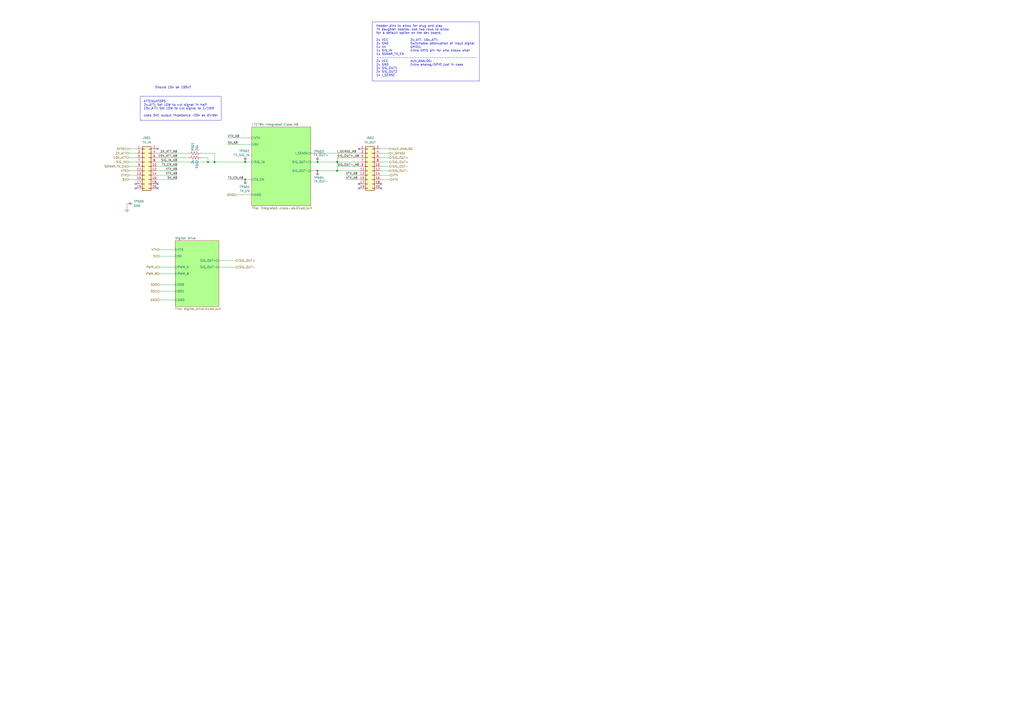
<source format=kicad_sch>
(kicad_sch (version 20250114) (generator "eeschema") (generator_version "9.0")
  (paper "A2")
  (lib_symbols
    (symbol "BR_Connectors:TP_Ring_PTH" (pin_numbers (hide yes)) (pin_names (offset 0))
      (property "Reference" "TP" (at 2.032 2.286 0))
      (property "Value" "TP_RING_TH" (at 1.778 14.224 0))
      (symbol "TP_Ring_PTH_0_1"
        (circle (center 0 1.905) (radius 0.254))
        (circle (center 0 1.905) (radius 0.635))
      )
      (symbol "TP_Ring_PTH_1_1"
        (pin passive line (at 0 0 90) (length 1.27) (name "~") (number "1"))
      )
    )
    (symbol "BR_Connectors_Header:Header_Pin_02x10_2.54mm_Vert_PTH" (pin_names (offset 1.016) (hide yes))
      (property "Reference" "J" (at 0 12.7 0))
      (property "Value" "LABEL" (at 0 -15.748 0))
      (symbol "Header_Pin_02x10_2.54mm_Vert_PTH_1_1"
        (rectangle (start -2.54 11.43) (end 2.54 -13.97) (stroke (width 0.254)) (fill (type background)))
        (rectangle (start -2.54 10.287) (end -1.27 10.033) (stroke (width 0.1524)))
        (rectangle (start -2.54 7.747) (end -1.27 7.493) (stroke (width 0.1524)))
        (rectangle (start -2.54 5.207) (end -1.27 4.953) (stroke (width 0.1524)))
        (rectangle (start -2.54 2.667) (end -1.27 2.413) (stroke (width 0.1524)))
        (rectangle (start -2.54 0.127) (end -1.27 -0.127) (stroke (width 0.1524)))
        (rectangle (start -2.54 -2.413) (end -1.27 -2.667) (stroke (width 0.1524)))
        (rectangle (start -2.54 -4.953) (end -1.27 -5.207) (stroke (width 0.1524)))
        (rectangle (start -2.54 -7.493) (end -1.27 -7.747) (stroke (width 0.1524)))
        (rectangle (start -2.54 -10.033) (end -1.27 -10.287) (stroke (width 0.1524)))
        (rectangle (start -2.54 -12.573) (end -1.27 -12.827) (stroke (width 0.1524)))
        (rectangle (start 2.54 10.287) (end 1.27 10.033) (stroke (width 0.1524)))
        (rectangle (start 2.54 7.747) (end 1.27 7.493) (stroke (width 0.1524)))
        (rectangle (start 2.54 5.207) (end 1.27 4.953) (stroke (width 0.1524)))
        (rectangle (start 2.54 2.667) (end 1.27 2.413) (stroke (width 0.1524)))
        (rectangle (start 2.54 0.127) (end 1.27 -0.127) (stroke (width 0.1524)))
        (rectangle (start 2.54 -2.413) (end 1.27 -2.667) (stroke (width 0.1524)))
        (rectangle (start 2.54 -4.953) (end 1.27 -5.207) (stroke (width 0.1524)))
        (rectangle (start 2.54 -7.493) (end 1.27 -7.747) (stroke (width 0.1524)))
        (rectangle (start 2.54 -10.033) (end 1.27 -10.287) (stroke (width 0.1524)))
        (rectangle (start 2.54 -12.573) (end 1.27 -12.827) (stroke (width 0.1524)))
        (pin passive line (at -6.35 10.16 0) (length 3.81) (name "Pin_1") (number "1"))
        (pin passive line (at -6.35 7.62 0) (length 3.81) (name "Pin_3") (number "3"))
        (pin passive line (at -6.35 5.08 0) (length 3.81) (name "Pin_5") (number "5"))
        (pin passive line (at -6.35 2.54 0) (length 3.81) (name "Pin_7") (number "7"))
        (pin passive line (at -6.35 0 0) (length 3.81) (name "Pin_9") (number "9"))
        (pin passive line (at -6.35 -2.54 0) (length 3.81) (name "Pin_11") (number "11"))
        (pin passive line (at -6.35 -5.08 0) (length 3.81) (name "Pin_13") (number "13"))
        (pin passive line (at -6.35 -7.62 0) (length 3.81) (name "Pin_15") (number "15"))
        (pin passive line (at -6.35 -10.16 0) (length 3.81) (name "Pin_17") (number "17"))
        (pin passive line (at -6.35 -12.7 0) (length 3.81) (name "Pin_19") (number "19"))
        (pin passive line (at 6.35 10.16 180) (length 3.81) (name "Pin_2") (number "2"))
        (pin passive line (at 6.35 7.62 180) (length 3.81) (name "Pin_4") (number "4"))
        (pin passive line (at 6.35 5.08 180) (length 3.81) (name "Pin_6") (number "6"))
        (pin passive line (at 6.35 2.54 180) (length 3.81) (name "Pin_8") (number "8"))
        (pin passive line (at 6.35 0 180) (length 3.81) (name "Pin_10") (number "10"))
        (pin passive line (at 6.35 -2.54 180) (length 3.81) (name "Pin_12") (number "12"))
        (pin passive line (at 6.35 -5.08 180) (length 3.81) (name "Pin_14") (number "14"))
        (pin passive line (at 6.35 -7.62 180) (length 3.81) (name "Pin_16") (number "16"))
        (pin passive line (at 6.35 -10.16 180) (length 3.81) (name "Pin_18") (number "18"))
        (pin passive line (at 6.35 -12.7 180) (length 3.81) (name "Pin_20") (number "20"))
      )
    )
    (symbol "BR_Resistors_0201:R_0201_20k" (pin_numbers (hide yes)) (pin_names (offset 0))
      (property "Reference" "R" (at 1.524 1.27 0))
      (property "Value" "20k" (at 1.524 -1.27 0))
      (symbol "R_0201_20k_0_1"
        (polyline (pts (xy 0 2.286) (xy 0 2.54)))
        (polyline (pts (xy 0 2.286) (xy 1.016 1.905) (xy 0 1.524) (xy -1.016 1.143) (xy 0 0.762)))
        (polyline (pts (xy 0 0.762) (xy 1.016 0.381) (xy 0 0) (xy -1.016 -0.381) (xy 0 -0.762)))
        (polyline (pts (xy 0 -0.762) (xy 1.016 -1.143) (xy 0 -1.524) (xy -1.016 -1.905) (xy 0 -2.286)))
        (polyline (pts (xy 0 -2.286) (xy 0 -2.54)))
      )
      (symbol "R_0201_20k_1_1"
        (pin passive line (at 0 3.81 270) (length 1.27) (name "~") (number "1"))
        (pin passive line (at 0 -3.81 90) (length 1.27) (name "~") (number "2"))
      )
    )
    (symbol "BR_Resistors_0402:R_0402_2k" (pin_numbers (hide yes)) (pin_names (offset 0) (hide yes))
      (property "Reference" "R" (at 1.524 1.27 0))
      (property "Value" "2k" (at 1.524 -1.27 0))
      (symbol "R_0402_2k_0_1"
        (polyline (pts (xy 0 2.286) (xy 0 2.54)))
        (polyline (pts (xy 0 2.286) (xy 1.016 1.905) (xy 0 1.524) (xy -1.016 1.143) (xy 0 0.762)))
        (polyline (pts (xy 0 0.762) (xy 1.016 0.381) (xy 0 0) (xy -1.016 -0.381) (xy 0 -0.762)))
        (polyline (pts (xy 0 -0.762) (xy 1.016 -1.143) (xy 0 -1.524) (xy -1.016 -1.905) (xy 0 -2.286)))
        (polyline (pts (xy 0 -2.286) (xy 0 -2.54)))
      )
      (symbol "R_0402_2k_1_1"
        (pin passive line (at 0 3.81 270) (length 1.27) (name "~") (number "1"))
        (pin passive line (at 0 -3.81 90) (length 1.27) (name "~") (number "2"))
      )
    )
    (symbol "BR_Virtual_Parts:GND" (power) (pin_numbers (hide yes)) (pin_names (offset 0) (hide yes))
      (property "Value" "GND" (at 0 -3.556 0))
      (symbol "GND_0_1"
        (polyline (pts (xy -0.635 -1.905) (xy 0.635 -1.905)))
        (polyline (pts (xy -0.127 -2.54) (xy 0.127 -2.54)))
        (polyline (pts (xy 0 -1.27) (xy 0 0)))
        (polyline (pts (xy 1.27 -1.27) (xy -1.27 -1.27)))
      )
      (symbol "GND_1_1"
        (pin power_in line (at 0 0 270) (length 0) (hide yes) (name "GNDREF") (number "1"))
      )
    )
  )
  (rectangle (start 215.9 12.7) (end 278.13 46.99))
  (rectangle (start 81.28 55.88) (end 128.27 69.85))
  (text "ATTENUATORS\n2x_ATT: Set LOW to cut signal in half\n10x_ATT: Set LOW to cut signal to 1/10th\n\nUses DAC output impedance ~20k as divider" (at 83.312 62.992 0) (effects (font (size 1.27 1.27)) (justify left)))
  (text "Header pins to allow for plug and play\nTX daughter boards. Use two rows to allow\nfor a default option on the dev board.\n\n2x VCC\n2x GND\n1x 4V\n1x SIG_IN\n1x SONAR_TX_EN\n-------------------------------------\n2x VCC\n2x GND\n2x SIG_OUT1\n2x SIG_OUT2\n1x I_SENSE" (at 218.186 29.464 0) (effects (font (size 1.27 1.27)) (justify left)))
  (text "2x_ATT, 10x_ATT: \nSwitchable attenuation of input signal\nGPIO1: \nExtra GPIO pin for who knows what\n\n\nAUX_ANALOG:\nExtra analog/GPIO just in case" (at 237.998 30.48 0) (effects (font (size 1.27 1.27)) (justify left)))
  (text "Should 10x be 100x? \n" (at 100.838 50.8 0) (effects (font (size 1.27 1.27))))
  (junction (at 142.24 93.98))
  (junction (at 184.15 99.06))
  (junction (at 142.24 104.14))
  (junction (at 184.15 93.98))
  (junction (at 195.58 93.98))
  (junction (at 195.58 99.06))
  (junction (at 124.46 93.98))
  (junction (at 120.65 93.98))
  (no_connect (at 220.98 109.22))
  (no_connect (at 78.74 109.22))
  (no_connect (at 91.44 109.22))
  (no_connect (at 91.44 86.36))
  (no_connect (at 91.44 106.68))
  (no_connect (at 208.28 106.68))
  (no_connect (at 208.28 86.36))
  (no_connect (at 220.98 106.68))
  (no_connect (at 78.74 106.68))
  (no_connect (at 208.28 109.22))
  (wire (pts (xy 120.65 91.44) (xy 120.65 93.98)))
  (wire (pts (xy 91.44 91.44) (xy 109.22 91.44)))
  (wire (pts (xy 184.15 99.06) (xy 195.58 99.06)))
  (wire (pts (xy 226.06 104.14) (xy 220.98 104.14)))
  (wire (pts (xy 92.71 165.1) (xy 101.6 165.1)))
  (wire (pts (xy 220.98 99.06) (xy 226.06 99.06)))
  (wire (pts (xy 220.98 96.52) (xy 226.06 96.52)))
  (wire (pts (xy 132.08 80.01) (xy 146.05 80.01)))
  (wire (pts (xy 91.44 99.06) (xy 102.87 99.06)))
  (wire (pts (xy 226.06 101.6) (xy 220.98 101.6)))
  (wire (pts (xy 226.06 93.98) (xy 220.98 93.98)))
  (wire (pts (xy 195.58 99.06) (xy 208.28 99.06)))
  (wire (pts (xy 91.44 88.9) (xy 109.22 88.9)))
  (wire (pts (xy 132.08 83.82) (xy 146.05 83.82)))
  (wire (pts (xy 124.46 88.9) (xy 124.46 93.98)))
  (wire (pts (xy 92.71 158.75) (xy 101.6 158.75)))
  (wire (pts (xy 195.58 91.44) (xy 208.28 91.44)))
  (wire (pts (xy 220.98 88.9) (xy 226.06 88.9)))
  (wire (pts (xy 124.46 93.98) (xy 142.24 93.98)))
  (wire (pts (xy 195.58 96.52) (xy 208.28 96.52)))
  (wire (pts (xy 127 154.94) (xy 137.16 154.94)))
  (wire (pts (xy 195.58 96.52) (xy 195.58 99.06)))
  (wire (pts (xy 74.93 96.52) (xy 78.74 96.52)))
  (wire (pts (xy 92.71 168.91) (xy 101.6 168.91)))
  (wire (pts (xy 208.28 101.6) (xy 200.66 101.6)))
  (wire (pts (xy 91.44 93.98) (xy 120.65 93.98)))
  (wire (pts (xy 74.93 101.6) (xy 78.74 101.6)))
  (wire (pts (xy 180.34 93.98) (xy 184.15 93.98)))
  (wire (pts (xy 180.34 99.06) (xy 184.15 99.06)))
  (wire (pts (xy 74.93 104.14) (xy 78.74 104.14)))
  (wire (pts (xy 74.93 93.98) (xy 78.74 93.98)))
  (wire (pts (xy 116.84 91.44) (xy 120.65 91.44)))
  (wire (pts (xy 132.08 104.14) (xy 142.24 104.14)))
  (wire (pts (xy 92.71 154.94) (xy 101.6 154.94)))
  (wire (pts (xy 180.34 88.9) (xy 208.28 88.9)))
  (wire (pts (xy 137.16 113.03) (xy 146.05 113.03)))
  (wire (pts (xy 74.93 88.9) (xy 78.74 88.9)))
  (wire (pts (xy 220.98 86.36) (xy 226.06 86.36)))
  (wire (pts (xy 195.58 91.44) (xy 195.58 93.98)))
  (wire (pts (xy 91.44 101.6) (xy 102.87 101.6)))
  (wire (pts (xy 142.24 104.14) (xy 146.05 104.14)))
  (wire (pts (xy 116.84 88.9) (xy 124.46 88.9)))
  (wire (pts (xy 92.71 144.78) (xy 101.6 144.78)))
  (wire (pts (xy 226.06 91.44) (xy 220.98 91.44)))
  (wire (pts (xy 195.58 93.98) (xy 208.28 93.98)))
  (wire (pts (xy 91.44 96.52) (xy 102.87 96.52)))
  (wire (pts (xy 74.93 91.44) (xy 78.74 91.44)))
  (wire (pts (xy 208.28 104.14) (xy 200.66 104.14)))
  (wire (pts (xy 127 151.13) (xy 137.16 151.13)))
  (wire (pts (xy 92.71 148.59) (xy 101.6 148.59)))
  (wire (pts (xy 91.44 104.14) (xy 102.87 104.14)))
  (wire (pts (xy 74.93 86.36) (xy 78.74 86.36)))
  (wire (pts (xy 120.65 93.98) (xy 124.46 93.98)))
  (wire (pts (xy 142.24 93.98) (xy 146.05 93.98)))
  (wire (pts (xy 74.93 99.06) (xy 78.74 99.06)))
  (wire (pts (xy 92.71 173.99) (xy 101.6 173.99)))
  (wire (pts (xy 184.15 93.98) (xy 195.58 93.98)))
  (wire (pts (xy 73.66 118.11) (xy 73.66 120.65)))
  (label "VTX_AB" (at 102.87 101.6 180))
  (label "I_SENSE_AB" (at 195.58 88.9 0))
  (label "VTX_AB" (at 132.08 80.01 0))
  (label "5V_AB" (at 132.08 83.82 0))
  (label "VTX_AB" (at 200.66 104.14 0))
  (label "TX_EN_AB" (at 132.08 104.14 0))
  (label "SIG_OUT+_AB" (at 195.58 91.44 0))
  (label "VTX_AB" (at 200.66 101.6 0))
  (label "10X_ATT_AB" (at 102.87 91.44 180))
  (label "SIG_IN_AB" (at 102.87 93.98 180))
  (label "5V_AB" (at 102.87 104.14 180))
  (label "VTX_AB" (at 102.87 99.06 180))
  (label "TX_EN_AB" (at 102.87 96.52 180))
  (label "SIG_OUT-_AB" (at 195.58 96.52 0))
  (label "2X_ATT_AB" (at 102.87 88.9 180))
  (hierarchical_label "5V" (shape input) (at 74.93 104.14 180))
  (hierarchical_label "SIG_OUT+" (shape output) (at 226.06 93.98 0))
  (hierarchical_label "SIG_OUT-" (shape output) (at 137.16 154.94 0))
  (hierarchical_label "AUX_ANALOG" (shape output) (at 226.06 86.36 0))
  (hierarchical_label "SIG_OUT-" (shape output) (at 226.06 99.06 0))
  (hierarchical_label "SD0" (shape input) (at 92.71 165.1 180))
  (hierarchical_label "SIG_IN" (shape input) (at 74.93 93.98 180))
  (hierarchical_label "SIG_OUT+" (shape output) (at 226.06 91.44 0))
  (hierarchical_label "VTX" (shape input) (at 92.71 144.78 180))
  (hierarchical_label "I_SENSE" (shape output) (at 226.06 88.9 0))
  (hierarchical_label "SD1" (shape input) (at 92.71 168.91 180))
  (hierarchical_label "SIG_OUT+" (shape output) (at 137.16 151.13 0))
  (hierarchical_label "GPIO1" (shape input) (at 74.93 86.36 180))
  (hierarchical_label "PWM_B" (shape input) (at 92.71 158.75 180))
  (hierarchical_label "VTX" (shape input) (at 74.93 99.06 180))
  (hierarchical_label "VTX" (shape input) (at 226.06 104.14 0))
  (hierarchical_label "VTX" (shape input) (at 74.93 101.6 180))
  (hierarchical_label "VTX" (shape input) (at 226.06 101.6 0))
  (hierarchical_label "PWM_A" (shape input) (at 92.71 154.94 180))
  (hierarchical_label "SONAR_TX_EN" (shape input) (at 74.93 96.52 180))
  (hierarchical_label "2X_ATT" (shape input) (at 74.93 88.9 180))
  (hierarchical_label "GND" (shape input) (at 92.71 173.99 180))
  (hierarchical_label "5V" (shape input) (at 92.71 148.59 180))
  (hierarchical_label "GND" (shape input) (at 137.16 113.03 180))
  (hierarchical_label "SIG_OUT-" (shape output) (at 226.06 96.52 0))
  (hierarchical_label "10X_ATT" (shape input) (at 74.93 91.44 180))
  (symbol (lib_id "BR_Virtual_Parts:GND") (at 73.66 120.65 0) (unit 1)
    (property "Reference" "#PWR0501" (effects (hide yes)))
    (property "Value" "GND" (effects (hide yes)))
  )
  (symbol (lib_id "BR_Connectors:TP_Ring_PTH") (at 142.24 93.98 0) (unit 1)
    (property "Reference" "TP502" (at 138.684 87.63 0) (effects (justify left)))
    (property "Value" "TX_SIG_IN" (at 135.382 89.916 0) (effects (justify left)))
    (property "Footprint" "BR_Connectors:TEST-TH_BD2.54-P1.4_RED" (effects (hide yes)))
    (property "Datasheet" "https://wmsc.lcsc.com/wmsc/upload/file/pdf/v2/lcsc/2307040929_ronghe-RH-5000_C5277086.pdf" (effects (hide yes)))
    (property "Description" "Ring Test Point for Probe(s) PTH" (effects (hide yes)))
    (property "Manufacturer" "ronghe" (effects (hide yes)))
    (property "Manufacturer Part Num" "RH-5000" (effects (hide yes)))
    (property "Supplier 1" "DigiKey" (effects (hide yes)))
    (property "Supplier 2" "Mouser" (effects (hide yes)))
    (property "BRE Number" "BRE-000074" (effects (hide yes)))
    (property "Supplier 3" "JLCPCB" (effects (hide yes)))
    (property "Supplier Part Num 3" "C5277086" (effects (hide yes)))
    (property "Label" "LABEL" (effects (hide yes)))
    (property "JLCPCB Part Num" "C5277086" (effects (hide yes)))
  )
  (symbol (lib_id "BR_Connectors:TP_Ring_PTH") (at 142.24 104.14 180) (unit 1)
    (property "Reference" "TP501" (at 144.9009 108.458 0) (effects (justify left)))
    (property "Value" "TX_EN" (at 144.9009 110.744 0) (effects (justify left)))
    (property "Footprint" "BR_Connectors:TEST-TH_BD2.54-P1.4_RED" (effects (hide yes)))
    (property "Datasheet" "https://wmsc.lcsc.com/wmsc/upload/file/pdf/v2/lcsc/2307040929_ronghe-RH-5000_C5277086.pdf" (effects (hide yes)))
    (property "Description" "Ring Test Point for Probe(s) PTH" (effects (hide yes)))
    (property "Manufacturer" "ronghe" (effects (hide yes)))
    (property "Manufacturer Part Num" "RH-5000" (effects (hide yes)))
    (property "Supplier 1" "DigiKey" (effects (hide yes)))
    (property "Supplier 2" "Mouser" (effects (hide yes)))
    (property "BRE Number" "BRE-000074" (effects (hide yes)))
    (property "Supplier 3" "JLCPCB" (effects (hide yes)))
    (property "Supplier Part Num 3" "C5277086" (effects (hide yes)))
    (property "Label" "LABEL" (effects (hide yes)))
    (property "JLCPCB Part Num" "C5277086" (effects (hide yes)))
  )
  (symbol (lib_id "BR_Resistors_0402:R_0402_2k") (at 113.03 91.44 270) (unit 1)
    (property "Reference" "R502" (at 114.3 92.71 0) (effects (justify left)))
    (property "Value" "2k" (at 111.76 92.71 0) (effects (justify left)))
    (property "Footprint" "BR_Passives:C_0402_1005Metric-minimized" (effects (hide yes)))
    (property "Datasheet" "https://www.yageo.com/upload/media/product/app/datasheet/rchip/pyu-rc_group_51_rohs_l.pdf" (effects (hide yes)))
    (property "Description" "2k 1% 100ppm 62.5mW Thick Film Resistor 0402" (effects (hide yes)))
    (property "Manufacturer" "YAGEO" (effects (hide yes)))
    (property "Manufacturer Part Num" "RC0402FR-072KL" (effects (hide yes)))
    (property "BRE Number" "BRE-000324" (effects (hide yes)))
    (property "Supplier 1" "DigiKey" (effects (hide yes)))
    (property "Supplier Part Num 1" "311-2KLRCT-ND" (effects (hide yes)))
    (property "Supplier 2" "DigiKey" (effects (hide yes)))
    (property "Supplier Part Num 2" "311-2KLRTR-ND" (effects (hide yes)))
    (property "Supplier 3" "JLCPCB" (effects (hide yes)))
    (property "Supplier Part Num 3" "C60488" (effects (hide yes)))
    (property "JLCPCB Part Num" "C60488" (effects (hide yes)))
  )
  (symbol (lib_id "BR_Resistors_0201:R_0201_20k") (at 113.03 88.9 90) (unit 1)
    (property "Reference" "R501" (at 111.76 87.63 0) (effects (justify left)))
    (property "Value" "20k" (at 114.3 87.63 0) (effects (justify left)))
    (property "Footprint" "BR_Passives:R_0201_0603Metric-minimized" (effects (hide yes)))
    (property "Datasheet" "https://jlcpcb.com/api/file/downloadByFileSystemAccessId/8589040499327963136" (effects (hide yes)))
    (property "Description" "20k 1% 200ppm 50mW Thick Film Resistor 0201" (effects (hide yes)))
    (property "Manufacturer" "YAGEO" (effects (hide yes)))
    (property "Manufacturer Part Num" "RC0201FR-0720KL" (effects (hide yes)))
    (property "BRE Number" "BRE-001172" (effects (hide yes)))
    (property "JLCPCB Part Num" "C295787" (effects (hide yes)))
  )
  (symbol (lib_id "BR_Connectors:TP_Ring_PTH") (at 184.15 99.06 180) (unit 1)
    (property "Reference" "TP504" (at 187.96 103.124 0) (effects (justify left)))
    (property "Value" "TX_OUT-" (at 190.5 105.156 0) (effects (justify left)))
    (property "Footprint" "BR_Connectors:TEST-TH_BD2.54-P1.4_RED" (effects (hide yes)))
    (property "Datasheet" "https://wmsc.lcsc.com/wmsc/upload/file/pdf/v2/lcsc/2307040929_ronghe-RH-5000_C5277086.pdf" (effects (hide yes)))
    (property "Description" "Ring Test Point for Probe(s) PTH" (effects (hide yes)))
    (property "Manufacturer" "ronghe" (effects (hide yes)))
    (property "Manufacturer Part Num" "RH-5000" (effects (hide yes)))
    (property "Supplier 1" "DigiKey" (effects (hide yes)))
    (property "Supplier 2" "Mouser" (effects (hide yes)))
    (property "BRE Number" "BRE-000074" (effects (hide yes)))
    (property "Supplier 3" "JLCPCB" (effects (hide yes)))
    (property "Supplier Part Num 3" "C5277086" (effects (hide yes)))
    (property "Label" "LABEL" (effects (hide yes)))
    (property "JLCPCB Part Num" "C5277086" (effects (hide yes)))
  )
  (symbol (lib_id "BR_Connectors:TP_Ring_PTH") (at 73.66 118.11 270) (unit 1)
    (property "Reference" "TP505" (at 77.47 116.8399 90) (effects (justify left)))
    (property "Value" "GND" (at 77.47 119.3799 90) (effects (justify left)))
    (property "Footprint" "BR_Connectors:TEST-TH_BD2.54-P1.4_RED" (effects (hide yes)))
    (property "Datasheet" "https://wmsc.lcsc.com/wmsc/upload/file/pdf/v2/lcsc/2307040929_ronghe-RH-5000_C5277086.pdf" (effects (hide yes)))
    (property "Description" "Ring Test Point for Probe(s) PTH" (effects (hide yes)))
    (property "Manufacturer" "ronghe" (effects (hide yes)))
    (property "Manufacturer Part Num" "RH-5000" (effects (hide yes)))
    (property "BRE Number" "BRE-000074" (effects (hide yes)))
    (property "Supplier 1" "DigiKey" (effects (hide yes)))
    (property "Supplier 2" "Mouser" (effects (hide yes)))
    (property "Supplier 3" "JLCPCB" (effects (hide yes)))
    (property "Supplier Part Num 3" "C5277086" (effects (hide yes)))
    (property "Label" "LABEL" (effects (hide yes)))
    (property "JLCPCB Part Num" "C5277086" (effects (hide yes)))
  )
  (symbol (lib_id "BR_Connectors:TP_Ring_PTH") (at 184.15 93.98 0) (unit 1)
    (property "Reference" "TP503" (at 181.864 87.884 0) (effects (justify left)))
    (property "Value" "TX_OUT+" (at 181.864 89.916 0) (effects (justify left)))
    (property "Footprint" "BR_Connectors:TEST-TH_BD2.54-P1.4_RED" (effects (hide yes)))
    (property "Datasheet" "https://wmsc.lcsc.com/wmsc/upload/file/pdf/v2/lcsc/2307040929_ronghe-RH-5000_C5277086.pdf" (effects (hide yes)))
    (property "Description" "Ring Test Point for Probe(s) PTH" (effects (hide yes)))
    (property "Manufacturer" "ronghe" (effects (hide yes)))
    (property "Manufacturer Part Num" "RH-5000" (effects (hide yes)))
    (property "Supplier 1" "DigiKey" (effects (hide yes)))
    (property "Supplier 2" "Mouser" (effects (hide yes)))
    (property "BRE Number" "BRE-000074" (effects (hide yes)))
    (property "Supplier 3" "JLCPCB" (effects (hide yes)))
    (property "Supplier Part Num 3" "C5277086" (effects (hide yes)))
    (property "Label" "LABEL" (effects (hide yes)))
    (property "JLCPCB Part Num" "C5277086" (effects (hide yes)))
  )
  (symbol (lib_id "BR_Connectors_Header:Header_Pin_02x10_2.54mm_Vert_PTH") (at 214.63 96.52 0) (unit 1)
    (property "Reference" "J502" (at 214.63 80.01 0))
    (property "Value" "TX_OUT" (at 214.63 82.55 0))
    (property "Footprint" "BR_Connectors:HDR-SMD_20P-P2.54-V-M-R2-C10-S7.5" (effects (hide yes)))
    (property "Datasheet" "https://www.lcsc.com/datasheet/lcsc_datasheet_2411220452_INCP-IPCP254M20PB28S_C22438450.pdf" (effects (hide yes)))
    (property "Description" "Header Pin Connector 02x10 2.54mm_VERT_SMD" (effects (hide yes)))
    (property "Manufacturer" "INCP" (effects (hide yes)))
    (property "Manufacturer Part Num" "IPCP254M20PB28S" (effects (hide yes)))
    (property "BRE Number" "BRE-001120" (effects (hide yes)))
    (property "JLCPCB Part Num" "C6332235" (effects (hide yes)))
  )
  (symbol (lib_id "BR_Connectors_Header:Header_Pin_02x10_2.54mm_Vert_PTH") (at 85.09 96.52 0) (unit 1)
    (property "Reference" "J501" (at 85.09 80.01 0))
    (property "Value" "TX_IN" (at 85.09 82.55 0))
    (property "Footprint" "BR_Connectors:HDR-SMD_20P-P2.54-V-M-R2-C10-S7.5" (effects (hide yes)))
    (property "Datasheet" "https://www.lcsc.com/datasheet/lcsc_datasheet_2411220452_INCP-IPCP254M20PB28S_C22438450.pdf" (effects (hide yes)))
    (property "Description" "Header Pin Connector 02x10 2.54mm_VERT_SMD" (effects (hide yes)))
    (property "Manufacturer" "INCP" (effects (hide yes)))
    (property "Manufacturer Part Num" "IPCP254M20PB28S" (effects (hide yes)))
    (property "BRE Number" "BRE-001120" (effects (hide yes)))
    (property "JLCPCB Part Num" "C6332235" (effects (hide yes)))
  )
  (sheet (at 146.05 73.66) (size 34.29 45.72) (stroke (width 0.1524)) (fill (color 177 255 143 1.0000))
    (property "Sheetname" "LT1794 Integrated Class AB" (at 146.05 72.9484 0) (effects (justify left bottom)))
    (property "Sheetfile" "integrated-class-ab.kicad_sch" (at 146.05 119.9646 0) (effects (justify left top)))
    (pin "GND" input (at 146.05 113.03 180))
    (pin "SIG_IN" input (at 146.05 93.98 180))
    (pin "SIG_OUT+" output (at 180.34 93.98 0))
    (pin "SIG_OUT-" output (at 180.34 99.06 0))
    (pin "I_SENSE" output (at 180.34 88.9 0))
    (pin "TX_EN" input (at 146.05 104.14 180))
    (pin "5V" input (at 146.05 83.82 180))
    (pin "VTX" input (at 146.05 80.01 180))
  )
  (sheet (at 101.6 139.7) (size 25.4 38.1) (stroke (width 0.1524)) (fill (color 177 255 143 1.0000))
    (property "Sheetname" "Digital Drive" (at 101.6 138.9884 0) (effects (justify left bottom)))
    (property "Sheetfile" "digital_drive.kicad_sch" (at 101.6 178.3846 0) (effects (justify left top)))
    (pin "PWM_A" input (at 101.6 154.94 180))
    (pin "PWM_B" input (at 101.6 158.75 180))
    (pin "SIG_OUT+" output (at 127 151.13 0))
    (pin "SIG_OUT-" output (at 127 154.94 0))
    (pin "5V" input (at 101.6 148.59 180))
    (pin "SD0" input (at 101.6 165.1 180))
    (pin "SD1" input (at 101.6 168.91 180))
    (pin "VTX" input (at 101.6 144.78 180))
    (pin "GND" input (at 101.6 173.99 180))
  )
)
</source>
